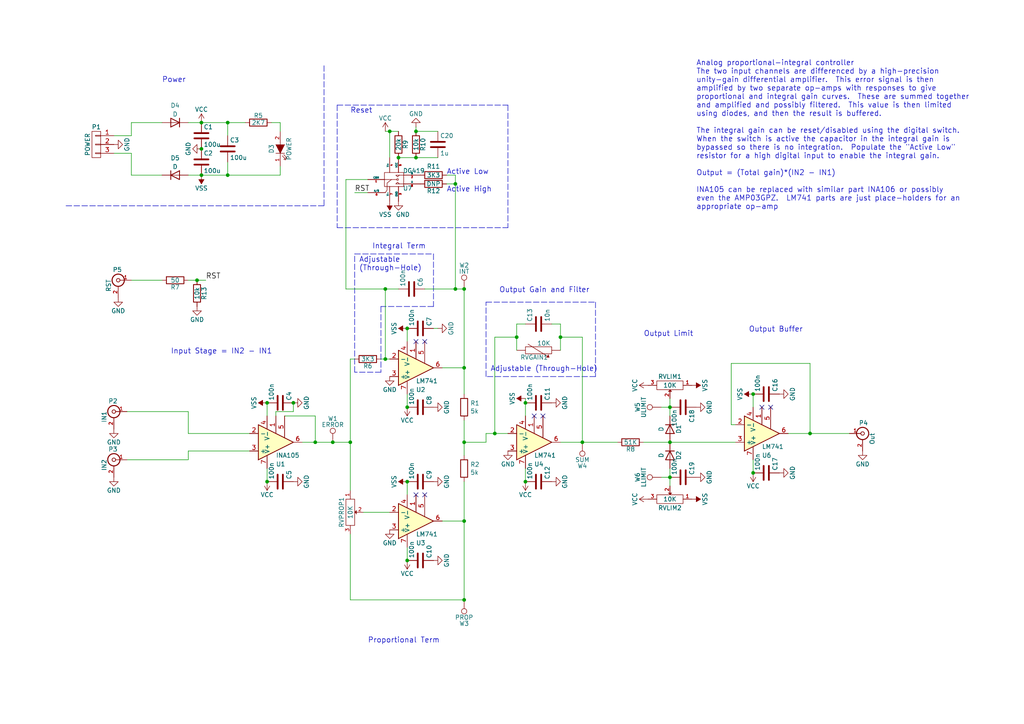
<source format=kicad_sch>
(kicad_sch (version 20211123) (generator eeschema)
  (paper "A4")
  (title_block (title "PI Contoller") (rev "0") (comment 1 "LM741 used for pinout - to be contructed with more appropriate amplifiers") (comment 2 "Quick and Dirty Controller"))
  (lib_symbols
    (symbol "Device:C" (pin_numbers hide) (pin_names (offset 0.254))
      (property "Reference" "C" (at 0.635 2.54 0))
      (property "Value" "C" (at 0.635 -2.54 0))
      (symbol "C_0_1"
        (polyline (pts (xy -2.032 -0.762) (xy 2.032 -0.762)) (stroke (width 0.508)))
        (polyline (pts (xy -2.032 0.762) (xy 2.032 0.762)) (stroke (width 0.508)))
      )
      (symbol "C_1_1"
        (pin passive line (at 0 3.81 270) (length 2.794) (name "~") (number "1"))
        (pin passive line (at 0 -3.81 90) (length 2.794) (name "~") (number "2"))
      )
    )
    (symbol "Device:D" (pin_numbers hide) (pin_names (offset 1.016) hide)
      (property "Reference" "D" (at 0 2.54 0))
      (property "Value" "D" (at 0 -2.54 0))
      (symbol "D_0_1"
        (polyline (pts (xy -1.27 1.27) (xy -1.27 -1.27)) (stroke (width 0.254)))
        (polyline (pts (xy 1.27 0) (xy -1.27 0)))
        (polyline (pts (xy 1.27 1.27) (xy 1.27 -1.27) (xy -1.27 0) (xy 1.27 1.27)) (stroke (width 0.254)))
      )
      (symbol "D_1_1"
        (pin passive line (at -3.81 0 0) (length 2.54) (name "K") (number "1"))
        (pin passive line (at 3.81 0 180) (length 2.54) (name "A") (number "2"))
      )
    )
    (symbol "Device:R" (pin_numbers hide) (pin_names (offset 0))
      (property "Reference" "R" (at 2.032 0 90))
      (property "Value" "R" (at 0 0 90))
      (symbol "R_0_1"
        (rectangle (start -1.016 -2.54) (end 1.016 2.54) (stroke (width 0.254)))
      )
      (symbol "R_1_1"
        (pin passive line (at 0 3.81 270) (length 1.27) (name "~") (number "1"))
        (pin passive line (at 0 -3.81 90) (length 1.27) (name "~") (number "2"))
      )
    )
    (symbol "LaserPID-rescue:BNC" (pin_names (offset 1.016) hide)
      (property "Reference" "P" (at 0.254 3.048 0))
      (property "Value" "BNC" (at 2.794 -1.524 90))
      (symbol "BNC_0_1"
        (circle (center 0 0) (radius 0.508) (stroke (width 0.2032)))
        (circle (center 0 0) (radius 1.778) (stroke (width 0.3048)))
      )
      (symbol "BNC_1_1"
        (pin passive line (at -3.81 0 0) (length 3.302) (name "In") (number "1"))
        (pin passive line (at 0 -5.08 90) (length 3.302) (name "Ext") (number "2"))
      )
    )
    (symbol "LaserPID-rescue:CONN_01X03" (pin_names (offset 1.016) hide)
      (property "Reference" "P" (at 0 5.08 0))
      (property "Value" "CONN_01X03" (at 2.54 0 90))
      (symbol "CONN_01X03_0_1"
        (rectangle (start -1.27 -2.413) (end 0.254 -2.667))
        (rectangle (start -1.27 0.127) (end 0.254 -0.127))
        (rectangle (start -1.27 2.667) (end 0.254 2.413))
        (rectangle (start -1.27 3.81) (end 1.27 -3.81))
      )
      (symbol "CONN_01X03_1_1"
        (pin passive line (at -5.08 2.54 0) (length 3.81) (name "P1") (number "1"))
        (pin passive line (at -5.08 0 0) (length 3.81) (name "P2") (number "2"))
        (pin passive line (at -5.08 -2.54 0) (length 3.81) (name "P3") (number "3"))
      )
    )
    (symbol "LaserPID-rescue:DG419" (pin_names (offset 0))
      (property "Reference" "U" (at 2.54 -2.54 0))
      (property "Value" "DG419" (at 2.54 2.54 0))
      (symbol "DG419_0_1"
        (rectangle (start -2.794 2.032) (end 2.794 -2.032))
        (polyline (pts (xy 0 -1.27) (xy 0 -1.27)))
        (polyline (pts (xy 2.794 -1.27) (xy 1.524 -1.27) (xy 1.524 -1.27)))
        (polyline (pts (xy -2.794 0) (xy 0.762 0) (xy 0.762 0) (xy 0.762 0)))
        (polyline (pts (xy 2.794 1.27) (xy 1.524 1.27) (xy 1.524 1.27) (xy 1.524 1.27)))
        (polyline (pts (xy -2.54 -3.81) (xy -2.032 -3.048) (xy -2.032 -1.016) (xy -0.762 0) (xy -0.762 0)))
        (polyline (pts (xy 0.508 -1.27) (xy 1.016 -0.762) (xy 1.524 -1.27) (xy 0.508 -1.27) (xy 0.508 -1.27)))
        (polyline (pts (xy 1.524 1.27) (xy 0.508 1.27) (xy 1.016 0.762) (xy 1.524 1.27) (xy 1.524 1.27) (xy 1.524 1.27)))
        (circle (center 1.016 0) (radius 0.254))
        (pin power_in line (at 1.27 -6.35 90) (length 4.318) (name "GND") (number "3"))
        (pin power_in line (at -1.27 6.35 270) (length 4.318) (name "V+") (number "4"))
        (pin power_in line (at -1.27 -6.35 90) (length 4.318) (name "V-") (number "7"))
      )
      (symbol "DG419_1_1"
        (pin passive line (at -7.62 0 0) (length 4.826) (name "COM") (number "1"))
        (pin passive line (at 7.62 1.27 180) (length 4.826) (name "B") (number "2"))
        (pin input line (at 1.27 6.35 270) (length 4.318) (name "VCC") (number "5"))
        (pin input line (at -7.62 -3.81 0) (length 5.08) (name "A/B") (number "6"))
        (pin passive line (at 7.62 -1.27 180) (length 4.826) (name "A") (number "8"))
      )
    )
    (symbol "LaserPID-rescue:LED" (pin_names (offset 1.016) hide)
      (property "Reference" "D" (at 0 2.54 0))
      (property "Value" "LED" (at 0 -2.54 0))
      (symbol "LED_0_1"
        (polyline (pts (xy -1.27 1.27) (xy -1.27 -1.27)))
        (polyline (pts (xy -2.032 -0.635) (xy -3.175 -1.651) (xy -3.048 -1.016)))
        (polyline (pts (xy -1.651 -1.016) (xy -2.794 -2.032) (xy -2.667 -1.397)))
        (polyline (pts (xy 1.27 1.27) (xy -1.27 0) (xy 1.27 -1.27)) (fill (type outline)))
      )
      (symbol "LED_1_1"
        (pin passive line (at -5.08 0 0) (length 3.81) (name "K") (number "1"))
        (pin passive line (at 5.08 0 180) (length 3.81) (name "A") (number "2"))
      )
    )
    (symbol "LaserPID-rescue:LM741"
      (property "Reference" "U" (at 0 6.35 0))
      (property "Value" "LM741" (at 0 3.81 0))
      (symbol "LM741_0_1"
        (polyline (pts (xy -5.08 5.08) (xy 5.08 0) (xy -5.08 -5.08) (xy -5.08 5.08)) (stroke (width 0.254)) (fill (type background)))
      )
      (symbol "LM741_1_1"
        (pin input line (at 0 -7.62 90) (length 5.08) (name "~") (number "1"))
        (pin input line (at -7.62 -2.54 0) (length 2.54) (name "-") (number "2"))
        (pin input line (at -7.62 2.54 0) (length 2.54) (name "+") (number "3"))
        (pin input line (at -2.54 -7.62 90) (length 3.81) (name "V-") (number "4"))
        (pin input line (at 2.54 -7.62 90) (length 6.35) (name "~") (number "5"))
        (pin output line (at 7.62 0 180) (length 2.54) (name "~") (number "6"))
        (pin input line (at -2.54 7.62 270) (length 3.81) (name "V+") (number "7"))
      )
    )
    (symbol "LaserPID-rescue:POT-RESCUE-LaserPID" (pin_names (offset 1.016) hide)
      (property "Reference" "RV" (at 0 -2.54 0))
      (property "Value" "POT-RESCUE-LaserPID" (at 0 0 0))
      (symbol "POT-RESCUE-LaserPID_0_1"
        (rectangle (start -3.81 1.27) (end 3.81 -1.27))
        (polyline (pts (xy 0 1.27) (xy -0.508 1.778) (xy 0.508 1.778)) (fill (type outline)))
      )
      (symbol "POT-RESCUE-LaserPID_1_1"
        (pin passive line (at -6.35 0 0) (length 2.54) (name "1") (number "1"))
        (pin passive line (at 0 3.81 270) (length 2.032) (name "2") (number "2"))
        (pin passive line (at 6.35 0 180) (length 2.54) (name "3") (number "3"))
      )
    )
    (symbol "LaserPID-rescue:RVAR" (pin_numbers hide) (pin_names (offset 0))
      (property "Reference" "R" (at 2.032 -1.27 90))
      (property "Value" "RVAR" (at -2.032 1.524 90))
      (symbol "RVAR_0_1"
        (rectangle (start -1.016 3.81) (end 1.016 -3.81))
        (polyline (pts (xy -1.778 -3.048) (xy 2.032 3.048)))
        (polyline (pts (xy 2.032 2.286) (xy 2.032 3.048) (xy 1.27 2.794)) (fill (type outline)))
      )
      (symbol "RVAR_1_1"
        (pin passive line (at 0 6.35 270) (length 2.54) (name "~") (number "1"))
        (pin passive line (at 0 -6.35 90) (length 2.54) (name "~") (number "2"))
      )
    )
    (symbol "LaserPID-rescue:TEST_1P" (pin_numbers hide) (pin_names (offset 0.762) hide)
      (property "Reference" "W" (at 0 6.858 0))
      (property "Value" "TEST_1P" (at 0 5.08 0))
      (symbol "TEST_1P_0_1"
        (circle (center 0 3.302) (radius 0.762))
      )
      (symbol "TEST_1P_1_1"
        (pin passive line (at 0 0 90) (length 2.54) (name "1") (number "1"))
      )
    )
    (symbol "power:GND" (power) (pin_names (offset 0))
      (property "Value" "GND" (at 0 -3.81 0))
      (symbol "GND_0_1"
        (polyline (pts (xy 0 0) (xy 0 -1.27) (xy 1.27 -1.27) (xy 0 -2.54) (xy -1.27 -1.27) (xy 0 -1.27)))
      )
      (symbol "GND_1_1"
        (pin power_in line (at 0 0 270) (length 0) hide (name "GND") (number "1"))
      )
    )
    (symbol "power:VCC" (power) (pin_names (offset 0))
      (property "Value" "VCC" (at 0 3.81 0))
      (symbol "VCC_0_1"
        (polyline (pts (xy -0.762 1.27) (xy 0 2.54)))
        (polyline (pts (xy 0 0) (xy 0 2.54)))
        (polyline (pts (xy 0 2.54) (xy 0.762 1.27)))
      )
      (symbol "VCC_1_1"
        (pin power_in line (at 0 0 90) (length 0) hide (name "VCC") (number "1"))
      )
    )
    (symbol "power:VSS" (power) (pin_names (offset 0))
      (property "Value" "VSS" (at 0 3.81 0))
      (symbol "VSS_0_1"
        (polyline (pts (xy 0 0) (xy 0 2.54)))
        (polyline (pts (xy 0.762 1.27) (xy -0.762 1.27) (xy 0 2.54) (xy 0.762 1.27)) (fill (type outline)))
      )
      (symbol "VSS_1_1"
        (pin power_in line (at 0 0 90) (length 0) hide (name "VSS") (number "1"))
      )
    )
  )
  (junction (at 134.62 151.13))
  (junction (at 149.86 97.79))
  (junction (at 132.08 53.34))
  (junction (at 118.11 95.25))
  (junction (at 91.44 128.27))
  (junction (at 194.31 138.43))
  (junction (at 162.56 97.79))
  (junction (at 234.95 125.73))
  (junction (at 194.31 118.11))
  (junction (at 58.42 43.18))
  (junction (at 118.11 118.11))
  (junction (at 152.4 139.7))
  (junction (at 134.62 128.27))
  (junction (at 96.52 128.27))
  (junction (at 134.62 173.99))
  (junction (at 77.47 139.7))
  (junction (at 77.47 116.84))
  (junction (at 66.04 50.8))
  (junction (at 143.51 125.73))
  (junction (at 194.31 128.27))
  (junction (at 58.42 50.8))
  (junction (at 111.76 104.14))
  (junction (at 85.09 116.84))
  (junction (at 113.03 38.1))
  (junction (at 134.62 83.82))
  (junction (at 152.4 116.84))
  (junction (at 57.15 81.28))
  (junction (at 218.44 114.3))
  (junction (at 120.65 38.1))
  (junction (at 168.91 128.27))
  (junction (at 120.65 45.72))
  (junction (at 118.11 162.56))
  (junction (at 218.44 137.16))
  (junction (at 118.11 139.7))
  (junction (at 134.62 106.68))
  (junction (at 115.57 45.72))
  (junction (at 101.6 128.27))
  (junction (at 66.04 35.56))
  (junction (at 111.76 83.82))
  (junction (at 132.08 83.82))
  (junction (at 58.42 35.56))
  (no_connect (at 123.19 143.51))
  (no_connect (at 120.65 143.51))
  (no_connect (at 157.48 120.65))
  (no_connect (at 220.98 118.11))
  (no_connect (at 223.52 118.11))
  (no_connect (at 154.94 120.65))
  (no_connect (at 123.19 99.06))
  (no_connect (at 120.65 99.06))
  (wire (pts (xy 149.86 93.98) (xy 149.86 97.79)))
  (wire (pts (xy 102.87 104.14) (xy 101.6 104.14)))
  (polyline (pts (xy 102.87 107.95) (xy 102.87 73.66)))
  (wire (pts (xy 118.11 162.56) (xy 118.11 158.75)))
  (wire (pts (xy 194.31 128.27) (xy 213.36 128.27)))
  (wire (pts (xy 36.83 133.35) (xy 54.61 133.35)))
  (wire (pts (xy 54.61 130.81) (xy 72.39 130.81)))
  (wire (pts (xy 38.1 35.56) (xy 46.99 35.56)))
  (wire (pts (xy 120.65 38.1) (xy 127 38.1)))
  (wire (pts (xy 194.31 140.97) (xy 194.31 138.43)))
  (wire (pts (xy 66.04 50.8) (xy 58.42 50.8)))
  (wire (pts (xy 85.09 119.38) (xy 85.09 116.84)))
  (wire (pts (xy 120.65 38.1) (xy 120.65 36.83)))
  (polyline (pts (xy 147.32 30.48) (xy 147.32 66.04)))
  (wire (pts (xy 54.61 125.73) (xy 72.39 125.73)))
  (wire (pts (xy 212.09 123.19) (xy 213.36 123.19)))
  (wire (pts (xy 129.54 50.8) (xy 132.08 50.8)))
  (wire (pts (xy 91.44 120.65) (xy 91.44 128.27)))
  (wire (pts (xy 162.56 101.6) (xy 162.56 97.79)))
  (wire (pts (xy 143.51 97.79) (xy 143.51 125.73)))
  (wire (pts (xy 234.95 125.73) (xy 234.95 105.41)))
  (wire (pts (xy 38.1 39.37) (xy 38.1 35.56)))
  (wire (pts (xy 100.33 52.07) (xy 106.68 52.07)))
  (wire (pts (xy 118.11 118.11) (xy 118.11 114.3)))
  (wire (pts (xy 66.04 35.56) (xy 71.12 35.56)))
  (wire (pts (xy 218.44 137.16) (xy 218.44 133.35)))
  (wire (pts (xy 66.04 46.99) (xy 66.04 50.8)))
  (wire (pts (xy 33.02 44.45) (xy 38.1 44.45)))
  (wire (pts (xy 149.86 97.79) (xy 149.86 101.6)))
  (polyline (pts (xy 172.72 87.63) (xy 172.72 109.22)))
  (polyline (pts (xy 125.73 88.9) (xy 110.49 88.9)))
  (wire (pts (xy 54.61 119.38) (xy 54.61 125.73)))
  (wire (pts (xy 134.62 151.13) (xy 128.27 151.13)))
  (wire (pts (xy 38.1 81.28) (xy 46.99 81.28)))
  (wire (pts (xy 194.31 118.11) (xy 194.31 120.65)))
  (polyline (pts (xy 172.72 109.22) (xy 140.97 109.22)))
  (wire (pts (xy 194.31 138.43) (xy 194.31 135.89)))
  (wire (pts (xy 101.6 154.94) (xy 101.6 173.99)))
  (wire (pts (xy 77.47 139.7) (xy 77.47 135.89)))
  (wire (pts (xy 134.62 121.92) (xy 134.62 128.27)))
  (wire (pts (xy 81.28 48.26) (xy 81.28 50.8)))
  (wire (pts (xy 80.01 119.38) (xy 80.01 120.65)))
  (wire (pts (xy 134.62 128.27) (xy 140.97 128.27)))
  (wire (pts (xy 33.02 39.37) (xy 38.1 39.37)))
  (wire (pts (xy 152.4 116.84) (xy 152.4 120.65)))
  (wire (pts (xy 111.76 83.82) (xy 111.76 104.14)))
  (wire (pts (xy 57.15 81.28) (xy 59.69 81.28)))
  (wire (pts (xy 36.83 119.38) (xy 54.61 119.38)))
  (polyline (pts (xy 140.97 109.22) (xy 140.97 87.63)))
  (wire (pts (xy 228.6 125.73) (xy 234.95 125.73)))
  (wire (pts (xy 113.03 38.1) (xy 115.57 38.1)))
  (wire (pts (xy 132.08 53.34) (xy 132.08 83.82)))
  (wire (pts (xy 81.28 50.8) (xy 66.04 50.8)))
  (wire (pts (xy 132.08 83.82) (xy 134.62 83.82)))
  (polyline (pts (xy 97.79 66.04) (xy 147.32 66.04)))
  (wire (pts (xy 118.11 99.06) (xy 118.11 95.25)))
  (wire (pts (xy 102.87 55.88) (xy 106.68 55.88)))
  (wire (pts (xy 128.27 106.68) (xy 134.62 106.68)))
  (polyline (pts (xy 110.49 107.95) (xy 102.87 107.95)))
  (wire (pts (xy 162.56 97.79) (xy 162.56 93.98)))
  (wire (pts (xy 54.61 81.28) (xy 57.15 81.28)))
  (wire (pts (xy 134.62 106.68) (xy 134.62 114.3)))
  (wire (pts (xy 111.76 83.82) (xy 115.57 83.82)))
  (polyline (pts (xy 97.79 30.48) (xy 97.79 66.04)))
  (wire (pts (xy 134.62 83.82) (xy 134.62 106.68)))
  (wire (pts (xy 96.52 128.27) (xy 101.6 128.27)))
  (wire (pts (xy 80.01 119.38) (xy 85.09 119.38)))
  (wire (pts (xy 152.4 115.57) (xy 152.4 116.84)))
  (wire (pts (xy 123.19 83.82) (xy 132.08 83.82)))
  (wire (pts (xy 162.56 97.79) (xy 168.91 97.79)))
  (wire (pts (xy 100.33 83.82) (xy 111.76 83.82)))
  (wire (pts (xy 113.03 38.1) (xy 113.03 45.72)))
  (wire (pts (xy 140.97 128.27) (xy 140.97 125.73)))
  (wire (pts (xy 194.31 115.57) (xy 194.31 118.11)))
  (wire (pts (xy 54.61 35.56) (xy 58.42 35.56)))
  (wire (pts (xy 101.6 104.14) (xy 101.6 128.27)))
  (wire (pts (xy 143.51 97.79) (xy 149.86 97.79)))
  (wire (pts (xy 234.95 105.41) (xy 212.09 105.41)))
  (wire (pts (xy 127 95.25) (xy 125.73 95.25)))
  (wire (pts (xy 152.4 93.98) (xy 149.86 93.98)))
  (wire (pts (xy 218.44 118.11) (xy 218.44 114.3)))
  (wire (pts (xy 38.1 50.8) (xy 46.99 50.8)))
  (wire (pts (xy 101.6 173.99) (xy 134.62 173.99)))
  (wire (pts (xy 134.62 139.7) (xy 134.62 151.13)))
  (wire (pts (xy 100.33 83.82) (xy 100.33 52.07)))
  (polyline (pts (xy 93.98 19.05) (xy 93.98 59.69)))
  (wire (pts (xy 186.69 128.27) (xy 194.31 128.27)))
  (wire (pts (xy 115.57 45.72) (xy 120.65 45.72)))
  (wire (pts (xy 134.62 128.27) (xy 134.62 132.08)))
  (wire (pts (xy 152.4 139.7) (xy 152.4 135.89)))
  (wire (pts (xy 234.95 125.73) (xy 246.38 125.73)))
  (polyline (pts (xy 102.87 73.66) (xy 125.73 73.66)))
  (wire (pts (xy 54.61 50.8) (xy 58.42 50.8)))
  (wire (pts (xy 140.97 125.73) (xy 143.51 125.73)))
  (polyline (pts (xy 140.97 87.63) (xy 172.72 87.63)))
  (wire (pts (xy 129.54 53.34) (xy 132.08 53.34)))
  (wire (pts (xy 111.76 38.1) (xy 113.03 38.1)))
  (wire (pts (xy 58.42 35.56) (xy 66.04 35.56)))
  (wire (pts (xy 212.09 105.41) (xy 212.09 123.19)))
  (wire (pts (xy 111.76 104.14) (xy 113.03 104.14)))
  (wire (pts (xy 81.28 35.56) (xy 81.28 38.1)))
  (wire (pts (xy 101.6 128.27) (xy 101.6 142.24)))
  (polyline (pts (xy 97.79 30.48) (xy 147.32 30.48)))
  (wire (pts (xy 38.1 44.45) (xy 38.1 50.8)))
  (wire (pts (xy 168.91 128.27) (xy 179.07 128.27)))
  (wire (pts (xy 87.63 128.27) (xy 91.44 128.27)))
  (wire (pts (xy 78.74 35.56) (xy 81.28 35.56)))
  (wire (pts (xy 110.49 104.14) (xy 111.76 104.14)))
  (wire (pts (xy 194.31 118.11) (xy 191.77 118.11)))
  (wire (pts (xy 132.08 50.8) (xy 132.08 53.34)))
  (wire (pts (xy 91.44 128.27) (xy 96.52 128.27)))
  (wire (pts (xy 77.47 120.65) (xy 77.47 116.84)))
  (wire (pts (xy 134.62 173.99) (xy 134.62 151.13)))
  (wire (pts (xy 194.31 138.43) (xy 191.77 138.43)))
  (polyline (pts (xy 93.98 59.69) (xy 19.05 59.69)))
  (wire (pts (xy 143.51 125.73) (xy 147.32 125.73)))
  (wire (pts (xy 54.61 133.35) (xy 54.61 130.81)))
  (wire (pts (xy 168.91 97.79) (xy 168.91 128.27)))
  (wire (pts (xy 162.56 128.27) (xy 168.91 128.27)))
  (polyline (pts (xy 110.49 88.9) (xy 110.49 107.95)))
  (wire (pts (xy 162.56 93.98) (xy 160.02 93.98)))
  (wire (pts (xy 118.11 143.51) (xy 118.11 139.7)))
  (wire (pts (xy 120.65 45.72) (xy 127 45.72)))
  (wire (pts (xy 66.04 39.37) (xy 66.04 35.56)))
  (wire (pts (xy 105.41 148.59) (xy 113.03 148.59)))
  (wire (pts (xy 82.55 120.65) (xy 91.44 120.65)))
  (polyline (pts (xy 125.73 73.66) (xy 125.73 88.9)))
  (text "Reset" (at 101.6 33.02 0) (effects (font (size 1.524 1.524)) (justify left bottom)))
  (text "Output Limit" (at 186.69 97.79 0) (effects (font (size 1.524 1.524)) (justify left bottom)))
  (text "Active High" (at 129.54 55.88 0) (effects (font (size 1.524 1.524)) (justify left bottom)))
  (text "Proportional Term" (at 106.68 186.69 0) (effects (font (size 1.524 1.524)) (justify left bottom)))
  (text "Input Stage = IN2 - IN1" (at 49.53 102.87 0) (effects (font (size 1.524 1.524)) (justify left bottom)))
  (text "Analog proportional-integral controller\nThe two input channels are differenced by a high-precision\nunity-gain differential amplifier.  This error signal is then\namplified by two separate op-amps with responses to give \nproportional and integral gain curves.  These are summed together\nand amplified and possibly filtered.  This value is then limited\nusing diodes, and then the result is buffered.\n\nThe integral gain can be reset/disabled using the digital switch.\nWhen the switch is active the capacitor in the integral gain is \nbypassed so there is no integration.  Populate the \"Active Low\"\nresistor for a high digital input to enable the integral gain.\n\nOutput = (Total gain)*(IN2 - IN1)\n\nINA105 can be replaced with similar part INA106 or possibly\neven the AMP03GPZ.  LM741 parts are just place-holders for an\nappropriate op-amp\n" (at 201.93 60.96 0) (effects (font (size 1.524 1.524)) (justify left bottom)))
  (text "Output Buffer" (at 217.17 96.52 0) (effects (font (size 1.524 1.524)) (justify left bottom)))
  (text "Output Gain and Filter" (at 144.78 85.09 0) (effects (font (size 1.524 1.524)) (justify left bottom)))
  (text "Power" (at 46.99 24.13 0) (effects (font (size 1.524 1.524)) (justify left bottom)))
  (text "Adjustable (Through-Hole)" (at 142.24 107.95 0) (effects (font (size 1.524 1.524)) (justify left bottom)))
  (text "Integral Term" (at 107.95 72.39 0) (effects (font (size 1.524 1.524)) (justify left bottom)))
  (text "Active Low" (at 129.54 50.8 0) (effects (font (size 1.524 1.524)) (justify left bottom)))
  (text "Adjustable\n(Through-Hole)" (at 104.14 78.74 0) (effects (font (size 1.524 1.524)) (justify left bottom)))
  (label "RST" (at 102.87 55.88 0) (effects (font (size 1.524 1.524))))
  (label "RST" (at 59.69 81.28 0) (effects (font (size 1.524 1.524))))
  (symbol (lib_id "LaserPID-rescue:BNC") (at 33.02 119.38 0) (mirror y) (unit 1)
    (property "Reference" "P2" (at 32.766 116.332 0))
    (property "Value" "IN1" (at 30.226 120.904 90))
    (property "Footprint" "Connector_Coaxial:BNC_Amphenol_B6252HB-NPP3G-50_Horizontal" (effects hide))
    (property "Digikey Part Number" "A97553-ND" (effects hide))
  )
  (symbol (lib_id "LaserPID-rescue:BNC") (at 33.02 133.35 0) (mirror y) (unit 1)
    (property "Reference" "P3" (at 32.766 130.302 0))
    (property "Value" "IN2" (at 30.226 134.874 90))
    (property "Footprint" "Connector_Coaxial:BNC_Amphenol_B6252HB-NPP3G-50_Horizontal" (effects hide))
    (property "Digikey Part Number" "A97553-ND" (effects hide))
  )
  (symbol (lib_id "LaserPID-rescue:BNC") (at 250.19 125.73 0) (unit 1)
    (property "Reference" "P4" (at 250.444 122.682 0))
    (property "Value" "Out" (at 252.984 127.254 90))
    (property "Footprint" "Connector_Coaxial:BNC_Amphenol_B6252HB-NPP3G-50_Horizontal" (effects hide))
    (property "Digikey Part Number" "A97553-ND" (effects hide))
  )
  (symbol (lib_id "LaserPID-rescue:CONN_01X03") (at 27.94 41.91 0) (mirror y) (unit 1)
    (property "Reference" "P1" (at 27.94 36.83 0))
    (property "Value" "POWER" (at 25.4 41.91 90))
    (property "Footprint" "TerminalBlock:TerminalBlock_bornier-3_P5.08mm" (effects hide))
    (property "Digikey Part Number" "2057-EBBA-03-C-SS-BU-ND" (effects hide))
  )
  (symbol (lib_id "power:GND") (at 33.02 41.91 90) (mirror x) (unit 1)
    (property "Reference" "#PWR02" (effects hide))
    (property "Value" "GND" (at 36.83 41.91 0))
  )
  (symbol (lib_id "power:GND") (at 33.02 138.43 0) (unit 1)
    (property "Reference" "#PWR04" (effects hide))
    (property "Value" "GND" (at 33.02 142.24 0))
  )
  (symbol (lib_id "power:GND") (at 33.02 124.46 0) (unit 1)
    (property "Reference" "#PWR05" (effects hide))
    (property "Value" "GND" (at 33.02 128.27 0))
  )
  (symbol (lib_id "Device:C") (at 156.21 93.98 90) (unit 1)
    (property "Reference" "C13" (at 153.67 93.345 0) (effects (justify left)))
    (property "Value" "10n" (at 158.75 93.345 0) (effects (justify left)))
    (property "Footprint" "pi-servo-board:R_Universal_L13.0mm_W4.0mm_P9.00mm" (effects hide))
  )
  (symbol (lib_id "LaserPID-rescue:LM741") (at 80.01 128.27 0) (mirror x) (unit 1)
    (property "Reference" "U1" (at 80.01 134.62 0) (effects (justify left)))
    (property "Value" "INA105" (at 80.01 132.08 0) (effects (justify left)))
    (property "Footprint" "Package_DIP:DIP-8_W7.62mm_Socket" (effects hide))
    (property "Digikey Part Number" "INA105KP-ND" (effects hide))
  )
  (symbol (lib_id "Device:C") (at 81.28 116.84 270) (mirror x) (unit 1)
    (property "Reference" "C4" (at 83.82 116.205 0) (effects (justify left)))
    (property "Value" "100n" (at 78.74 116.205 0) (effects (justify left)))
    (property "Footprint" "Capacitor_SMD:C_1206_3216Metric_Pad1.33x1.80mm_HandSolder" (effects hide))
    (property "Digikey Part Number" "478-1556-1-ND" (effects hide))
  )
  (symbol (lib_id "Device:C") (at 81.28 139.7 270) (mirror x) (unit 1)
    (property "Reference" "C5" (at 83.82 139.065 0) (effects (justify left)))
    (property "Value" "100n" (at 78.74 139.065 0) (effects (justify left)))
    (property "Footprint" "Capacitor_SMD:C_1206_3216Metric_Pad1.33x1.80mm_HandSolder" (effects hide))
    (property "Digikey Part Number" "478-1556-1-ND" (effects hide))
  )
  (symbol (lib_id "power:VCC") (at 77.47 139.7 0) (mirror x) (unit 1)
    (property "Reference" "#PWR06" (effects hide))
    (property "Value" "VCC" (at 77.47 143.51 0))
  )
  (symbol (lib_id "power:VSS") (at 77.47 116.84 90) (mirror x) (unit 1)
    (property "Reference" "#PWR07" (effects hide))
    (property "Value" "VSS" (at 73.66 116.84 0))
  )
  (symbol (lib_id "power:GND") (at 85.09 116.84 90) (mirror x) (unit 1)
    (property "Reference" "#PWR08" (effects hide))
    (property "Value" "GND" (at 88.9 116.84 0))
  )
  (symbol (lib_id "power:GND") (at 85.09 139.7 90) (mirror x) (unit 1)
    (property "Reference" "#PWR09" (effects hide))
    (property "Value" "GND" (at 88.9 139.7 0))
  )
  (symbol (lib_id "LaserPID-rescue:LM741") (at 120.65 106.68 0) (mirror x) (unit 1)
    (property "Reference" "U2" (at 120.65 113.03 0) (effects (justify left)))
    (property "Value" "LM741" (at 120.65 110.49 0) (effects (justify left)))
    (property "Footprint" "Package_DIP:DIP-8_W7.62mm_Socket" (effects hide))
    (property "Digikey Part Number" "OP07DNZ-ND" (effects hide))
  )
  (symbol (lib_id "Device:C") (at 121.92 95.25 270) (mirror x) (unit 1)
    (property "Reference" "C7" (at 124.46 94.615 0) (effects (justify left)))
    (property "Value" "100n" (at 119.38 94.615 0) (effects (justify left)))
    (property "Footprint" "Capacitor_SMD:C_1206_3216Metric_Pad1.33x1.80mm_HandSolder" (effects hide))
    (property "Digikey Part Number" "478-1556-1-ND" (effects hide))
  )
  (symbol (lib_id "Device:C") (at 121.92 118.11 270) (mirror x) (unit 1)
    (property "Reference" "C8" (at 124.46 117.475 0) (effects (justify left)))
    (property "Value" "100n" (at 119.38 117.475 0) (effects (justify left)))
    (property "Footprint" "Capacitor_SMD:C_1206_3216Metric_Pad1.33x1.80mm_HandSolder" (effects hide))
    (property "Digikey Part Number" "478-1556-1-ND" (effects hide))
  )
  (symbol (lib_id "power:VCC") (at 118.11 118.11 0) (mirror x) (unit 1)
    (property "Reference" "#PWR011" (effects hide))
    (property "Value" "VCC" (at 118.11 121.92 0))
  )
  (symbol (lib_id "power:VSS") (at 118.11 95.25 90) (mirror x) (unit 1)
    (property "Reference" "#PWR012" (effects hide))
    (property "Value" "VSS" (at 114.3 95.25 0))
  )
  (symbol (lib_id "power:GND") (at 127 95.25 90) (mirror x) (unit 1)
    (property "Reference" "#PWR013" (effects hide))
    (property "Value" "GND" (at 130.81 95.25 0))
  )
  (symbol (lib_id "power:GND") (at 125.73 118.11 90) (mirror x) (unit 1)
    (property "Reference" "#PWR014" (effects hide))
    (property "Value" "GND" (at 129.54 118.11 0))
  )
  (symbol (lib_id "LaserPID-rescue:LM741") (at 120.65 151.13 0) (mirror x) (unit 1)
    (property "Reference" "U3" (at 120.65 157.48 0) (effects (justify left)))
    (property "Value" "LM741" (at 120.65 154.94 0) (effects (justify left)))
    (property "Footprint" "Package_DIP:DIP-8_W7.62mm_Socket" (effects hide))
    (property "Digikey Part Number" "OP07DNZ-ND" (effects hide))
  )
  (symbol (lib_id "Device:C") (at 121.92 139.7 270) (mirror x) (unit 1)
    (property "Reference" "C9" (at 124.46 139.065 0) (effects (justify left)))
    (property "Value" "100n" (at 119.38 139.065 0) (effects (justify left)))
    (property "Footprint" "Capacitor_SMD:C_1206_3216Metric_Pad1.33x1.80mm_HandSolder" (effects hide))
    (property "Digikey Part Number" "478-1556-1-ND" (effects hide))
  )
  (symbol (lib_id "Device:C") (at 121.92 162.56 270) (mirror x) (unit 1)
    (property "Reference" "C10" (at 124.46 161.925 0) (effects (justify left)))
    (property "Value" "100n" (at 119.38 161.925 0) (effects (justify left)))
    (property "Footprint" "Capacitor_SMD:C_1206_3216Metric_Pad1.33x1.80mm_HandSolder" (effects hide))
    (property "Digikey Part Number" "478-1556-1-ND" (effects hide))
  )
  (symbol (lib_id "power:VCC") (at 118.11 162.56 0) (mirror x) (unit 1)
    (property "Reference" "#PWR015" (effects hide))
    (property "Value" "VCC" (at 118.11 166.37 0))
  )
  (symbol (lib_id "power:VSS") (at 118.11 139.7 90) (mirror x) (unit 1)
    (property "Reference" "#PWR016" (effects hide))
    (property "Value" "VSS" (at 114.3 139.7 0))
  )
  (symbol (lib_id "power:GND") (at 125.73 139.7 90) (mirror x) (unit 1)
    (property "Reference" "#PWR017" (effects hide))
    (property "Value" "GND" (at 129.54 139.7 0))
  )
  (symbol (lib_id "power:GND") (at 125.73 162.56 90) (mirror x) (unit 1)
    (property "Reference" "#PWR018" (effects hide))
    (property "Value" "GND" (at 129.54 162.56 0))
  )
  (symbol (lib_id "LaserPID-rescue:POT-RESCUE-LaserPID") (at 194.31 111.76 180) (unit 1)
    (property "Reference" "RVLIM1" (at 194.31 109.22 0))
    (property "Value" "10K" (at 194.31 111.76 0))
    (property "Footprint" "Potentiometer_THT:Potentiometer_Bourns_3296W_Vertical" (effects hide))
    (property "Digikey Part Number" "3296W-103LF-ND" (effects hide))
  )
  (symbol (lib_id "Device:R") (at 182.88 128.27 270) (unit 1)
    (property "Reference" "R8" (at 182.88 130.302 90))
    (property "Value" "51K" (at 182.88 128.27 90))
    (property "Footprint" "Resistor_SMD:R_1206_3216Metric_Pad1.30x1.75mm_HandSolder" (effects hide))
    (property "Digikey Part Number" "RMCF1206JT51K0CT-ND" (effects hide))
  )
  (symbol (lib_id "Device:D") (at 194.31 124.46 270) (unit 1)
    (property "Reference" "D1" (at 196.85 124.46 0))
    (property "Value" "D" (at 191.77 124.46 0))
    (property "Footprint" "Diode_THT:D_DO-35_SOD27_P7.62mm_Horizontal" (effects hide))
    (property "Digikey Part Number" "1N4148FSCT-ND" (effects hide))
  )
  (symbol (lib_id "power:VCC") (at 187.96 111.76 90) (unit 1)
    (property "Reference" "#PWR035" (effects hide))
    (property "Value" "VCC" (at 184.15 111.76 0))
  )
  (symbol (lib_id "LaserPID-rescue:LM741") (at 154.94 128.27 0) (mirror x) (unit 1)
    (property "Reference" "U4" (at 154.94 134.62 0) (effects (justify left)))
    (property "Value" "LM741" (at 154.94 132.08 0) (effects (justify left)))
    (property "Footprint" "Package_DIP:DIP-8_W7.62mm_Socket" (effects hide))
    (property "Digikey Part Number" "OP07DNZ-ND" (effects hide))
  )
  (symbol (lib_id "Device:C") (at 156.21 116.84 270) (mirror x) (unit 1)
    (property "Reference" "C11" (at 158.75 116.205 0) (effects (justify left)))
    (property "Value" "100n" (at 153.67 116.205 0) (effects (justify left)))
    (property "Footprint" "Capacitor_SMD:C_1206_3216Metric_Pad1.33x1.80mm_HandSolder" (effects hide))
    (property "Digikey Part Number" "478-1556-1-ND" (effects hide))
  )
  (symbol (lib_id "Device:C") (at 156.21 139.7 270) (mirror x) (unit 1)
    (property "Reference" "C12" (at 158.75 139.065 0) (effects (justify left)))
    (property "Value" "100n" (at 153.67 139.065 0) (effects (justify left)))
    (property "Footprint" "Capacitor_SMD:C_1206_3216Metric_Pad1.33x1.80mm_HandSolder" (effects hide))
    (property "Digikey Part Number" "478-1556-1-ND" (effects hide))
  )
  (symbol (lib_id "power:VCC") (at 152.4 139.7 0) (mirror x) (unit 1)
    (property "Reference" "#PWR019" (effects hide))
    (property "Value" "VCC" (at 152.4 143.51 0))
  )
  (symbol (lib_id "power:VSS") (at 152.4 115.57 90) (mirror x) (unit 1)
    (property "Reference" "#PWR020" (effects hide))
    (property "Value" "VSS" (at 148.59 115.57 0))
  )
  (symbol (lib_id "power:GND") (at 160.02 116.84 90) (mirror x) (unit 1)
    (property "Reference" "#PWR021" (effects hide))
    (property "Value" "GND" (at 163.83 116.84 0))
  )
  (symbol (lib_id "power:GND") (at 160.02 139.7 90) (mirror x) (unit 1)
    (property "Reference" "#PWR022" (effects hide))
    (property "Value" "GND" (at 163.83 139.7 0))
  )
  (symbol (lib_id "LaserPID-rescue:LM741") (at 220.98 125.73 0) (mirror x) (unit 1)
    (property "Reference" "U6" (at 220.98 132.08 0) (effects (justify left)))
    (property "Value" "LM741" (at 220.98 129.54 0) (effects (justify left)))
    (property "Footprint" "Package_DIP:DIP-8_W7.62mm_Socket" (effects hide))
    (property "Digikey Part Number" "OP07DNZ-ND" (effects hide))
  )
  (symbol (lib_id "Device:C") (at 222.25 114.3 270) (mirror x) (unit 1)
    (property "Reference" "C16" (at 224.79 113.665 0) (effects (justify left)))
    (property "Value" "100n" (at 219.71 113.665 0) (effects (justify left)))
    (property "Footprint" "Capacitor_SMD:C_1206_3216Metric_Pad1.33x1.80mm_HandSolder" (effects hide))
    (property "Digikey Part Number" "478-1556-1-ND" (effects hide))
  )
  (symbol (lib_id "Device:C") (at 222.25 137.16 270) (mirror x) (unit 1)
    (property "Reference" "C17" (at 224.79 136.525 0) (effects (justify left)))
    (property "Value" "100n" (at 219.71 136.525 0) (effects (justify left)))
    (property "Footprint" "Capacitor_SMD:C_1206_3216Metric_Pad1.33x1.80mm_HandSolder" (effects hide))
    (property "Digikey Part Number" "478-1556-1-ND" (effects hide))
  )
  (symbol (lib_id "power:VCC") (at 218.44 137.16 0) (mirror x) (unit 1)
    (property "Reference" "#PWR026" (effects hide))
    (property "Value" "VCC" (at 218.44 140.97 0))
  )
  (symbol (lib_id "power:VSS") (at 218.44 114.3 90) (mirror x) (unit 1)
    (property "Reference" "#PWR027" (effects hide))
    (property "Value" "VSS" (at 214.63 114.3 0))
  )
  (symbol (lib_id "power:GND") (at 226.06 114.3 90) (mirror x) (unit 1)
    (property "Reference" "#PWR028" (effects hide))
    (property "Value" "GND" (at 229.87 114.3 0))
  )
  (symbol (lib_id "power:GND") (at 226.06 137.16 90) (mirror x) (unit 1)
    (property "Reference" "#PWR029" (effects hide))
    (property "Value" "GND" (at 229.87 137.16 0))
  )
  (symbol (lib_id "Device:R") (at 106.68 104.14 270) (unit 1)
    (property "Reference" "R6" (at 106.68 106.172 90))
    (property "Value" "3K3" (at 106.68 104.14 90))
    (property "Footprint" "pi-servo-board:R_Universal_L13.0mm_W4.0mm_P9.00mm" (effects hide))
    (property "Digikey Part Number" "RMCF1206JT3K30CT-ND" (effects hide))
  )
  (symbol (lib_id "LaserPID-rescue:POT-RESCUE-LaserPID") (at 101.6 148.59 270) (unit 1)
    (property "Reference" "RVPROP1" (at 99.06 148.59 0))
    (property "Value" "10K" (at 101.6 148.59 0))
    (property "Footprint" "Potentiometer_THT:Potentiometer_Bourns_3296W_Vertical" (effects hide))
    (property "Digikey Part Number" "3296W-103LF-ND" (effects hide))
  )
  (symbol (lib_id "Device:C") (at 119.38 83.82 270) (mirror x) (unit 1)
    (property "Reference" "C6" (at 121.92 83.185 0) (effects (justify left)))
    (property "Value" "100n" (at 116.84 83.185 0) (effects (justify left)))
    (property "Footprint" "pi-servo-board:R_Universal_L13.0mm_W4.0mm_P9.00mm" (effects hide))
  )
  (symbol (lib_id "power:GND") (at 113.03 153.67 0) (unit 1)
    (property "Reference" "#PWR030" (effects hide))
    (property "Value" "GND" (at 113.03 157.48 0))
  )
  (symbol (lib_id "power:GND") (at 113.03 109.22 0) (unit 1)
    (property "Reference" "#PWR031" (effects hide))
    (property "Value" "GND" (at 113.03 113.03 0))
  )
  (symbol (lib_id "power:GND") (at 147.32 130.81 0) (unit 1)
    (property "Reference" "#PWR032" (effects hide))
    (property "Value" "GND" (at 147.32 134.62 0))
  )
  (symbol (lib_id "LaserPID-rescue:TEST_1P") (at 96.52 128.27 0) (unit 1)
    (property "Reference" "W1" (at 96.52 121.412 0))
    (property "Value" "ERROR" (at 96.52 123.19 0))
    (property "Footprint" "TestPoint:TestPoint_THTPad_D1.0mm_Drill0.5mm" (effects hide))
  )
  (symbol (lib_id "LaserPID-rescue:TEST_1P") (at 134.62 83.82 0) (unit 1)
    (property "Reference" "W2" (at 134.62 76.962 0))
    (property "Value" "INT" (at 134.62 78.74 0))
    (property "Footprint" "TestPoint:TestPoint_THTPad_D1.0mm_Drill0.5mm" (effects hide))
  )
  (symbol (lib_id "LaserPID-rescue:TEST_1P") (at 134.62 173.99 180) (unit 1)
    (property "Reference" "W3" (at 134.62 180.848 0))
    (property "Value" "PROP" (at 134.62 179.07 0))
    (property "Footprint" "TestPoint:TestPoint_THTPad_D1.0mm_Drill0.5mm" (effects hide))
  )
  (symbol (lib_id "power:GND") (at 250.19 130.81 0) (unit 1)
    (property "Reference" "#PWR034" (effects hide))
    (property "Value" "GND" (at 250.19 134.62 0))
  )
  (symbol (lib_id "LaserPID-rescue:TEST_1P") (at 168.91 128.27 180) (unit 1)
    (property "Reference" "W4" (at 168.91 135.128 0))
    (property "Value" "SUM" (at 168.91 133.35 0))
    (property "Footprint" "TestPoint:TestPoint_THTPad_D1.0mm_Drill0.5mm" (effects hide))
  )
  (symbol (lib_id "LaserPID-rescue:TEST_1P") (at 191.77 118.11 90) (unit 1)
    (property "Reference" "W5" (at 184.912 118.11 0))
    (property "Value" "ULIMIT" (at 186.69 118.11 0))
    (property "Footprint" "TestPoint:TestPoint_THTPad_D1.0mm_Drill0.5mm" (effects hide))
  )
  (symbol (lib_id "Device:C") (at 66.04 43.18 0) (unit 1)
    (property "Reference" "C3" (at 66.675 40.64 0) (effects (justify left)))
    (property "Value" "100u" (at 66.675 45.72 0) (effects (justify left)))
    (property "Footprint" "Capacitor_THT:CP_Radial_D10.0mm_P5.00mm" (effects hide))
    (property "Digikey Part Number" "493-1355-ND " (effects hide))
  )
  (symbol (lib_id "Device:R") (at 74.93 35.56 90) (unit 1)
    (property "Reference" "R5" (at 74.93 33.528 90))
    (property "Value" "2K7" (at 74.93 35.56 90))
    (property "Footprint" "Resistor_SMD:R_1206_3216Metric_Pad1.30x1.75mm_HandSolder" (effects hide))
    (property "Digikey Part Number" "RMCF1206JT2K70CT-ND" (effects hide))
  )
  (symbol (lib_id "Device:C") (at 58.42 39.37 0) (unit 1)
    (property "Reference" "C1" (at 59.055 36.83 0) (effects (justify left)))
    (property "Value" "100u" (at 59.055 41.91 0) (effects (justify left)))
    (property "Footprint" "Capacitor_THT:CP_Radial_D10.0mm_P5.00mm" (effects hide))
    (property "Digikey Part Number" "493-1355-ND " (effects hide))
  )
  (symbol (lib_id "Device:C") (at 58.42 46.99 0) (unit 1)
    (property "Reference" "C2" (at 59.055 44.45 0) (effects (justify left)))
    (property "Value" "100u" (at 59.055 49.53 0) (effects (justify left)))
    (property "Footprint" "Capacitor_THT:CP_Radial_D10.0mm_P5.00mm" (effects hide))
    (property "Digikey Part Number" "493-1355-ND " (effects hide))
  )
  (symbol (lib_id "LaserPID-rescue:LED") (at 81.28 43.18 90) (unit 1)
    (property "Reference" "D3" (at 78.74 43.18 0))
    (property "Value" "POWER" (at 83.82 43.18 0))
    (property "Footprint" "LED_THT:LED_D3.0mm" (effects hide))
    (property "Digikey Part Number" "732-5008-ND" (effects hide))
  )
  (symbol (lib_id "power:VCC") (at 58.42 35.56 0) (unit 1)
    (property "Reference" "#PWR036" (effects hide))
    (property "Value" "VCC" (at 58.42 31.75 0))
  )
  (symbol (lib_id "power:VSS") (at 58.42 50.8 180) (unit 1)
    (property "Reference" "#PWR037" (effects hide))
    (property "Value" "VSS" (at 58.42 54.61 0))
  )
  (symbol (lib_id "power:GND") (at 58.42 43.18 270) (unit 1)
    (property "Reference" "#PWR038" (effects hide))
    (property "Value" "GND" (at 54.61 43.18 0))
  )
  (symbol (lib_id "LaserPID-rescue:RVAR") (at 156.21 101.6 270) (unit 1)
    (property "Reference" "RVGAIN1" (at 154.94 103.632 90))
    (property "Value" "10K" (at 157.734 99.568 90))
    (property "Footprint" "Potentiometer_THT:Potentiometer_Bourns_3296W_Vertical" (effects hide))
    (property "Digikey Part Number" "3296W-103LF-ND" (effects hide))
  )
  (symbol (lib_id "Device:C") (at 198.12 118.11 270) (unit 1)
    (property "Reference" "C18" (at 200.66 118.745 0) (effects (justify left)))
    (property "Value" "100n" (at 195.58 118.745 0) (effects (justify left)))
    (property "Footprint" "Capacitor_SMD:C_1206_3216Metric_Pad1.33x1.80mm_HandSolder" (effects hide))
    (property "Digikey Part Number" "478-1556-1-ND" (effects hide))
  )
  (symbol (lib_id "power:GND") (at 201.93 118.11 90) (unit 1)
    (property "Reference" "#PWR040" (effects hide))
    (property "Value" "GND" (at 205.74 118.11 0))
  )
  (symbol (lib_id "power:VSS") (at 200.66 111.76 270) (unit 1)
    (property "Reference" "#PWR041" (effects hide))
    (property "Value" "VSS" (at 204.47 111.76 0))
  )
  (symbol (lib_id "LaserPID-rescue:POT-RESCUE-LaserPID") (at 194.31 144.78 0) (mirror y) (unit 1)
    (property "Reference" "RVLIM2" (at 194.31 147.32 0))
    (property "Value" "10K" (at 194.31 144.78 0))
    (property "Footprint" "Potentiometer_THT:Potentiometer_Bourns_3296W_Vertical" (effects hide))
    (property "Digikey Part Number" "3296W-103LF-ND" (effects hide))
  )
  (symbol (lib_id "Device:D") (at 194.31 132.08 270) (unit 1)
    (property "Reference" "D2" (at 196.85 132.08 0))
    (property "Value" "D" (at 191.77 132.08 0))
    (property "Footprint" "Diode_THT:D_DO-35_SOD27_P7.62mm_Horizontal" (effects hide))
    (property "Digikey Part Number" "1N4148FSCT-ND" (effects hide))
  )
  (symbol (lib_id "power:VCC") (at 187.96 144.78 90) (mirror x) (unit 1)
    (property "Reference" "#PWR042" (effects hide))
    (property "Value" "VCC" (at 184.15 144.78 0))
  )
  (symbol (lib_id "LaserPID-rescue:TEST_1P") (at 191.77 138.43 90) (mirror x) (unit 1)
    (property "Reference" "W6" (at 184.912 138.43 0))
    (property "Value" "LLIMIT" (at 186.69 138.43 0))
    (property "Footprint" "TestPoint:TestPoint_THTPad_D1.0mm_Drill0.5mm" (effects hide))
  )
  (symbol (lib_id "Device:C") (at 198.12 138.43 270) (mirror x) (unit 1)
    (property "Reference" "C19" (at 200.66 137.795 0) (effects (justify left)))
    (property "Value" "100n" (at 195.58 137.795 0) (effects (justify left)))
    (property "Footprint" "Capacitor_SMD:C_1206_3216Metric_Pad1.33x1.80mm_HandSolder" (effects hide))
    (property "Digikey Part Number" "478-1556-1-ND" (effects hide))
  )
  (symbol (lib_id "power:GND") (at 201.93 138.43 90) (mirror x) (unit 1)
    (property "Reference" "#PWR043" (effects hide))
    (property "Value" "GND" (at 205.74 138.43 0))
  )
  (symbol (lib_id "power:VSS") (at 200.66 144.78 270) (mirror x) (unit 1)
    (property "Reference" "#PWR044" (effects hide))
    (property "Value" "VSS" (at 204.47 144.78 0))
  )
  (symbol (lib_id "LaserPID-rescue:BNC") (at 34.29 81.28 0) (mirror y) (unit 1)
    (property "Reference" "P5" (at 34.036 78.232 0))
    (property "Value" "RST" (at 31.496 82.804 90))
    (property "Footprint" "Connector_Coaxial:BNC_Amphenol_B6252HB-NPP3G-50_Horizontal" (effects hide))
    (property "Digikey Part Number" "A97553-ND" (effects hide))
  )
  (symbol (lib_id "LaserPID-rescue:DG419") (at 114.3 52.07 0) (unit 1)
    (property "Reference" "U7" (at 116.84 54.61 0) (effects (justify left)))
    (property "Value" "DG419" (at 116.84 49.53 0) (effects (justify left)))
    (property "Footprint" "Package_SO:SOIC-8_3.9x4.9mm_P1.27mm" (effects hide))
    (property "Digikey Part Number" "DG419LDY+TCT-ND" (effects hide))
  )
  (symbol (lib_id "power:GND") (at 115.57 58.42 0) (unit 1)
    (property "Reference" "#PWR045" (effects hide))
    (property "Value" "GND" (at 116.84 62.23 0))
  )
  (symbol (lib_id "power:VSS") (at 113.03 58.42 180) (unit 1)
    (property "Reference" "#PWR046" (effects hide))
    (property "Value" "VSS" (at 111.76 62.23 0))
  )
  (symbol (lib_id "power:VCC") (at 111.76 38.1 0) (unit 1)
    (property "Reference" "#PWR047" (effects hide))
    (property "Value" "VCC" (at 111.76 34.29 0))
  )
  (symbol (lib_id "Device:R") (at 115.57 41.91 0) (unit 1)
    (property "Reference" "R9" (at 117.602 41.91 90))
    (property "Value" "20k" (at 115.57 41.91 90))
    (property "Footprint" "Resistor_SMD:R_1206_3216Metric_Pad1.30x1.75mm_HandSolder" (effects hide))
    (property "Digikey Part Number" "RMCF1206JT20K0CT-ND" (effects hide))
  )
  (symbol (lib_id "Device:R") (at 120.65 41.91 0) (unit 1)
    (property "Reference" "R10" (at 122.682 41.91 90))
    (property "Value" "10k" (at 120.65 41.91 90))
    (property "Footprint" "Resistor_SMD:R_1206_3216Metric_Pad1.30x1.75mm_HandSolder" (effects hide))
    (property "Digikey Part Number" "RMCF1206JT10K0CT-ND" (effects hide))
  )
  (symbol (lib_id "Device:C") (at 127 41.91 0) (unit 1)
    (property "Reference" "C20" (at 127.635 39.37 0) (effects (justify left)))
    (property "Value" "1u" (at 127.635 44.45 0) (effects (justify left)))
    (property "Footprint" "Capacitor_SMD:C_1206_3216Metric_Pad1.33x1.80mm_HandSolder" (effects hide))
    (property "Digikey Part Number" "1276-2747-1-ND‎" (effects hide))
  )
  (symbol (lib_id "power:GND") (at 34.29 86.36 0) (unit 1)
    (property "Reference" "#PWR048" (effects hide))
    (property "Value" "GND" (at 34.29 90.17 0))
  )
  (symbol (lib_id "Device:R") (at 125.73 53.34 270) (unit 1)
    (property "Reference" "R12" (at 125.73 55.372 90))
    (property "Value" "DNP" (at 125.73 53.34 90))
    (property "Footprint" "Resistor_SMD:R_1206_3216Metric_Pad1.30x1.75mm_HandSolder" (effects hide))
  )
  (symbol (lib_id "Device:R") (at 125.73 50.8 270) (unit 1)
    (property "Reference" "R11" (at 125.73 48.26 90))
    (property "Value" "3K3" (at 125.73 50.8 90))
    (property "Footprint" "Resistor_SMD:R_1206_3216Metric_Pad1.30x1.75mm_HandSolder" (effects hide))
    (property "Digikey Part Number" "RMCF1206JT3K30CT-ND" (effects hide))
  )
  (symbol (lib_id "Device:R") (at 50.8 81.28 270) (unit 1)
    (property "Reference" "R7" (at 50.8 83.312 90))
    (property "Value" "50" (at 50.8 81.28 90))
    (property "Footprint" "Resistor_SMD:R_1206_3216Metric_Pad1.30x1.75mm_HandSolder" (effects hide))
    (property "Digikey Part Number" "541-2477-1-ND" (effects hide))
  )
  (symbol (lib_id "power:GND") (at 120.65 36.83 180) (unit 1)
    (property "Reference" "#PWR049" (effects hide))
    (property "Value" "GND" (at 120.65 33.02 0))
  )
  (symbol (lib_id "Device:R") (at 57.15 85.09 0) (unit 1)
    (property "Reference" "R13" (at 59.182 85.09 90))
    (property "Value" "10k" (at 57.15 85.09 90))
    (property "Footprint" "Resistor_SMD:R_1206_3216Metric_Pad1.30x1.75mm_HandSolder" (effects hide))
    (property "Digikey Part Number" "RMCF1206JT10K0CT-ND" (effects hide))
  )
  (symbol (lib_id "power:GND") (at 57.15 88.9 0) (unit 1)
    (property "Reference" "#PWR050" (effects hide))
    (property "Value" "GND" (at 57.15 92.71 0))
  )
  (symbol (lib_id "Device:R") (at 134.62 118.11 0) (unit 1)
    (property "Reference" "R1" (at 136.398 116.9416 0) (effects (justify left)))
    (property "Value" "5k" (at 136.398 119.253 0) (effects (justify left)))
    (property "Footprint" "Resistor_SMD:R_1206_3216Metric_Pad1.30x1.75mm_HandSolder" (effects hide))
    (property "Digikey Part Number" "YAG5090CT-ND" (effects hide))
  )
  (symbol (lib_id "Device:R") (at 134.62 135.89 0) (unit 1)
    (property "Reference" "R2" (at 136.398 134.7216 0) (effects (justify left)))
    (property "Value" "5k" (at 136.398 137.033 0) (effects (justify left)))
    (property "Footprint" "Resistor_SMD:R_1206_3216Metric_Pad1.30x1.75mm_HandSolder" (effects hide))
    (property "Digikey Part Number" "YAG5090CT-ND" (effects hide))
  )
  (symbol (lib_id "Device:D") (at 50.8 50.8 0) (unit 1)
    (property "Reference" "D5" (at 50.8 45.8302 0))
    (property "Value" "D" (at 50.8 48.3671 0))
    (property "Footprint" "Diode_SMD:D_1206_3216Metric_Pad1.42x1.75mm_HandSolder" (effects hide))
    (property "Digikey Part Number" "478-7806-1-ND" (effects hide))
  )
  (symbol (lib_id "Device:D") (at 50.8 35.56 180) (unit 1)
    (property "Reference" "D4" (at 50.8 30.5902 0))
    (property "Value" "D" (at 50.8 33.1271 0))
    (property "Footprint" "Diode_SMD:D_1206_3216Metric_Pad1.42x1.75mm_HandSolder" (effects hide))
    (property "Digikey Part Number" "478-7806-1-ND" (effects hide))
  )
)
</source>
